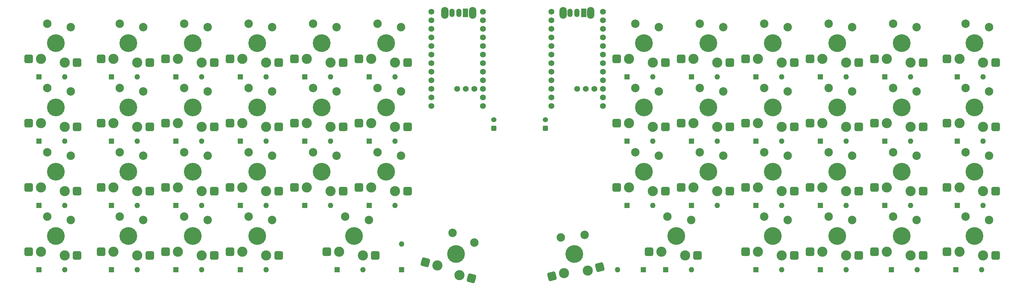
<source format=gbr>
%TF.GenerationSoftware,KiCad,Pcbnew,9.0.2+1*%
%TF.CreationDate,2025-09-15T00:12:34+02:00*%
%TF.ProjectId,first,66697273-742e-46b6-9963-61645f706362,rev?*%
%TF.SameCoordinates,Original*%
%TF.FileFunction,Soldermask,Bot*%
%TF.FilePolarity,Negative*%
%FSLAX46Y46*%
G04 Gerber Fmt 4.6, Leading zero omitted, Abs format (unit mm)*
G04 Created by KiCad (PCBNEW 9.0.2+1) date 2025-09-15 00:12:34*
%MOMM*%
%LPD*%
G01*
G04 APERTURE LIST*
G04 Aperture macros list*
%AMRoundRect*
0 Rectangle with rounded corners*
0 $1 Rounding radius*
0 $2 $3 $4 $5 $6 $7 $8 $9 X,Y pos of 4 corners*
0 Add a 4 corners polygon primitive as box body*
4,1,4,$2,$3,$4,$5,$6,$7,$8,$9,$2,$3,0*
0 Add four circle primitives for the rounded corners*
1,1,$1+$1,$2,$3*
1,1,$1+$1,$4,$5*
1,1,$1+$1,$6,$7*
1,1,$1+$1,$8,$9*
0 Add four rect primitives between the rounded corners*
20,1,$1+$1,$2,$3,$4,$5,0*
20,1,$1+$1,$4,$5,$6,$7,0*
20,1,$1+$1,$6,$7,$8,$9,0*
20,1,$1+$1,$8,$9,$2,$3,0*%
G04 Aperture macros list end*
%ADD10C,1.752600*%
%ADD11R,1.600000X1.600000*%
%ADD12O,1.600000X1.600000*%
%ADD13O,1.500000X2.500000*%
%ADD14R,1.500000X2.500000*%
%ADD15O,2.200000X3.500000*%
%ADD16C,3.000000*%
%ADD17C,5.250000*%
%ADD18RoundRect,0.500000X-0.750000X-0.775000X0.750000X-0.775000X0.750000X0.775000X-0.750000X0.775000X0*%
%ADD19C,2.500000*%
%ADD20RoundRect,0.500000X-0.925029X-0.554478X0.523860X-0.942707X0.925029X0.554478X-0.523860X0.942707X0*%
%ADD21RoundRect,0.500000X-0.523860X-0.942707X0.925029X-0.554478X0.523860X0.942707X-0.925029X0.554478X0*%
%ADD22C,1.524000*%
%ADD23RoundRect,0.250000X-0.512000X0.512000X-0.512000X-0.512000X0.512000X-0.512000X0.512000X0.512000X0*%
G04 APERTURE END LIST*
D10*
%TO.C,U1*%
X144758750Y157020000D03*
X144758750Y154480000D03*
X144758750Y151940000D03*
X144758750Y149400000D03*
X144758750Y146860000D03*
X144758750Y144320000D03*
X144758750Y141780000D03*
X144758750Y139240000D03*
X144758750Y136700000D03*
X144758750Y134160000D03*
X144758750Y131620000D03*
X144758750Y129080000D03*
X129518750Y129080000D03*
X129518750Y131620000D03*
X129518750Y134160000D03*
X129518750Y136700000D03*
X129518750Y139240000D03*
X129518750Y141780000D03*
X129518750Y144320000D03*
X129518750Y146860000D03*
X129518750Y149400000D03*
X129518750Y151940000D03*
X129518750Y154480000D03*
X129518750Y157020000D03*
X142218750Y134160000D03*
X139678750Y134160000D03*
X137138750Y134160000D03*
%TD*%
D11*
%TO.C,D36*%
X285020000Y99580000D03*
D12*
X292640000Y99580000D03*
%TD*%
D13*
%TO.C,RstL1*%
X135638750Y156680000D03*
X137638750Y156680000D03*
D14*
X139638750Y156680000D03*
D15*
X133538750Y156680000D03*
X141738750Y156680000D03*
%TD*%
D11*
%TO.C,D14*%
X34988750Y118630000D03*
D12*
X42608750Y118630000D03*
%TD*%
D11*
%TO.C,D44*%
X198818750Y80530000D03*
D12*
X206438750Y80530000D03*
%TD*%
D11*
%TO.C,D47*%
X265493750Y80530000D03*
D12*
X273113750Y80530000D03*
%TD*%
D16*
%TO.C,S28*%
X73688750Y104880000D03*
D17*
X78088750Y109580000D03*
D16*
X80688750Y103830000D03*
D18*
X70013750Y104880000D03*
D19*
X75488750Y115330000D03*
X82488750Y114280000D03*
D18*
X84363750Y103830000D03*
%TD*%
D16*
%TO.C,S6*%
X111788750Y142980000D03*
D17*
X116188750Y147680000D03*
D16*
X118788750Y141930000D03*
D18*
X108113750Y142980000D03*
D19*
X113588750Y153430000D03*
X120588750Y152380000D03*
D18*
X122463750Y141930000D03*
%TD*%
D11*
%TO.C,D48*%
X284543750Y80530000D03*
D12*
X292163750Y80530000D03*
%TD*%
D11*
%TO.C,D1*%
X13557500Y137680000D03*
D12*
X21177500Y137680000D03*
%TD*%
D11*
%TO.C,D29*%
X92138750Y99580000D03*
D12*
X99758750Y99580000D03*
%TD*%
D11*
%TO.C,D21*%
X225488750Y118630000D03*
D12*
X233108750Y118630000D03*
%TD*%
D11*
%TO.C,D45*%
X225488750Y80530000D03*
D12*
X233108750Y80530000D03*
%TD*%
D16*
%TO.C,S48*%
X285620000Y85830000D03*
D17*
X290020000Y90530000D03*
D16*
X292620000Y84780000D03*
D18*
X281945000Y85830000D03*
D19*
X287420000Y96280000D03*
X294420000Y95230000D03*
D18*
X296295000Y84780000D03*
%TD*%
D11*
%TO.C,D3*%
X54038750Y137680000D03*
D12*
X61658750Y137680000D03*
%TD*%
D16*
%TO.C,S36*%
X285620000Y104880000D03*
D17*
X290020000Y109580000D03*
D16*
X292620000Y103830000D03*
D18*
X281945000Y104880000D03*
D19*
X287420000Y115330000D03*
X294420000Y114280000D03*
D18*
X296295000Y103830000D03*
%TD*%
D16*
%TO.C,S19*%
X187988750Y123930000D03*
D17*
X192388750Y128630000D03*
D16*
X194988750Y122880000D03*
D18*
X184313750Y123930000D03*
D19*
X189788750Y134380000D03*
X196788750Y133330000D03*
D18*
X198663750Y122880000D03*
%TD*%
D16*
%TO.C,S44*%
X197513750Y85830000D03*
D17*
X201913750Y90530000D03*
D16*
X204513750Y84780000D03*
D18*
X193838750Y85830000D03*
D19*
X199313750Y96280000D03*
X206313750Y95230000D03*
D18*
X208188750Y84780000D03*
%TD*%
D11*
%TO.C,D23*%
X263588750Y118630000D03*
D12*
X271208750Y118630000D03*
%TD*%
D16*
%TO.C,S23*%
X264188750Y123930000D03*
D17*
X268588750Y128630000D03*
D16*
X271188750Y122880000D03*
D18*
X260513750Y123930000D03*
D19*
X265988750Y134380000D03*
X272988750Y133330000D03*
D18*
X274863750Y122880000D03*
%TD*%
D11*
%TO.C,D17*%
X92138750Y118630000D03*
D12*
X99758750Y118630000D03*
%TD*%
D11*
%TO.C,D7*%
X187388750Y137680000D03*
D12*
X195008750Y137680000D03*
%TD*%
D11*
%TO.C,D4*%
X73088750Y137680000D03*
D12*
X80708750Y137680000D03*
%TD*%
D16*
%TO.C,S9*%
X226088750Y142980000D03*
D17*
X230488750Y147680000D03*
D16*
X233088750Y141930000D03*
D18*
X222413750Y142980000D03*
D19*
X227888750Y153430000D03*
X234888750Y152380000D03*
D18*
X236763750Y141930000D03*
%TD*%
D11*
%TO.C,D19*%
X187388750Y118630000D03*
D12*
X195008750Y118630000D03*
%TD*%
D11*
%TO.C,D24*%
X285020000Y118630000D03*
D12*
X292640000Y118630000D03*
%TD*%
D16*
%TO.C,S22*%
X245138750Y123930000D03*
D17*
X249538750Y128630000D03*
D16*
X252138750Y122880000D03*
D18*
X241463750Y123930000D03*
D19*
X246938750Y134380000D03*
X253938750Y133330000D03*
D18*
X255813750Y122880000D03*
%TD*%
D11*
%TO.C,D40*%
X73088750Y80530000D03*
D12*
X80708750Y80530000D03*
%TD*%
D11*
%TO.C,D18*%
X111188750Y118630000D03*
D12*
X118808750Y118630000D03*
%TD*%
D11*
%TO.C,D6*%
X111188750Y137680000D03*
D12*
X118808750Y137680000D03*
%TD*%
D11*
%TO.C,D37*%
X13557500Y80530000D03*
D12*
X21177500Y80530000D03*
%TD*%
D11*
%TO.C,D42*%
X120713750Y80530000D03*
D12*
X120713750Y88150000D03*
%TD*%
D16*
%TO.C,S2*%
X35588750Y142980000D03*
D17*
X39988750Y147680000D03*
D16*
X42588750Y141930000D03*
D18*
X31913750Y142980000D03*
D19*
X37388750Y153430000D03*
X44388750Y152380000D03*
D18*
X46263750Y141930000D03*
%TD*%
D11*
%TO.C,D20*%
X206438750Y118630000D03*
D12*
X214058750Y118630000D03*
%TD*%
D11*
%TO.C,D16*%
X73088750Y118630000D03*
D12*
X80708750Y118630000D03*
%TD*%
D16*
%TO.C,S40*%
X73688750Y85830000D03*
D17*
X78088750Y90530000D03*
D16*
X80688750Y84780000D03*
D18*
X70013750Y85830000D03*
D19*
X75488750Y96280000D03*
X82488750Y95230000D03*
D18*
X84363750Y84780000D03*
%TD*%
D16*
%TO.C,S10*%
X245138750Y142980000D03*
D17*
X249538750Y147680000D03*
D16*
X252138750Y141930000D03*
D18*
X241463750Y142980000D03*
D19*
X246938750Y153430000D03*
X253938750Y152380000D03*
D18*
X255813750Y141930000D03*
%TD*%
D16*
%TO.C,S47*%
X264188750Y85830000D03*
D17*
X268588750Y90530000D03*
D16*
X271188750Y84780000D03*
D18*
X260513750Y85829999D03*
D19*
X265988750Y96280000D03*
X272988750Y95230000D03*
D18*
X274863750Y84780000D03*
%TD*%
D16*
%TO.C,S21*%
X226088750Y123930000D03*
D17*
X230488750Y128630000D03*
D16*
X233088750Y122880000D03*
D18*
X222413750Y123930000D03*
D19*
X227888750Y134380000D03*
X234888750Y133330000D03*
D18*
X236763750Y122880000D03*
%TD*%
D11*
%TO.C,D31*%
X187388750Y99580000D03*
D12*
X195008750Y99580000D03*
%TD*%
D16*
%TO.C,S11*%
X264188750Y142980000D03*
D17*
X268588750Y147680000D03*
D16*
X271188750Y141930000D03*
D18*
X260513750Y142980000D03*
D19*
X265988750Y153430000D03*
X272988750Y152380000D03*
D18*
X274863750Y141930000D03*
%TD*%
D16*
%TO.C,S15*%
X54638750Y123930000D03*
D17*
X59038750Y128630000D03*
D16*
X61638750Y122880000D03*
D18*
X50963750Y123930000D03*
D19*
X56438750Y134380000D03*
X63438750Y133330000D03*
D18*
X65313750Y122880000D03*
%TD*%
D11*
%TO.C,D13*%
X13557500Y118630000D03*
D12*
X21177500Y118630000D03*
%TD*%
D16*
%TO.C,S35*%
X264188750Y104880000D03*
D17*
X268588750Y109580000D03*
D16*
X271188750Y103830000D03*
D18*
X260513750Y104880000D03*
D19*
X265988750Y115330000D03*
X272988750Y114280000D03*
D18*
X274863750Y103830000D03*
%TD*%
D16*
%TO.C,S20*%
X207038750Y123930000D03*
D17*
X211438750Y128630000D03*
D16*
X214038750Y122880000D03*
D18*
X203363750Y123930000D03*
D19*
X208838750Y134380000D03*
X215838750Y133330000D03*
D18*
X217713750Y122880000D03*
%TD*%
D16*
%TO.C,S29*%
X92738750Y104880000D03*
D17*
X97138750Y109580000D03*
D16*
X99738750Y103830000D03*
D18*
X89063750Y104880000D03*
D19*
X94538750Y115330000D03*
X101538750Y114280000D03*
D18*
X103413750Y103830000D03*
%TD*%
D16*
%TO.C,S1*%
X14157500Y142980000D03*
D17*
X18557500Y147680000D03*
D16*
X21157500Y141930000D03*
D18*
X10482500Y142980000D03*
D19*
X15957500Y153430000D03*
X22957500Y152380000D03*
D18*
X24832500Y141930000D03*
%TD*%
D16*
%TO.C,S33*%
X226088750Y104880000D03*
D17*
X230488750Y109580000D03*
D16*
X233088750Y103830000D03*
D18*
X222413750Y104880000D03*
D19*
X227888750Y115330000D03*
X234888750Y114280000D03*
D18*
X236763750Y103830000D03*
%TD*%
D10*
%TO.C,U2*%
X180283750Y157020000D03*
X180283750Y154480000D03*
X180283750Y151940000D03*
X180283750Y149400000D03*
X180283750Y146860000D03*
X180283750Y144320000D03*
X180283750Y141780000D03*
X180283750Y139240000D03*
X180283750Y136700000D03*
X180283750Y134160000D03*
X180283750Y131620000D03*
X180283750Y129080000D03*
X165043750Y129080000D03*
X165043750Y131620000D03*
X165043750Y134160000D03*
X165043750Y136700000D03*
X165043750Y139240000D03*
X165043750Y141780000D03*
X165043750Y144320000D03*
X165043750Y146860000D03*
X165043750Y149400000D03*
X165043750Y151940000D03*
X165043750Y154480000D03*
X165043750Y157020000D03*
X177743750Y134160000D03*
X175203750Y134160000D03*
X172663750Y134160000D03*
%TD*%
D16*
%TO.C,S34*%
X245138750Y104880000D03*
D17*
X249538750Y109580000D03*
D16*
X252138750Y103830000D03*
D18*
X241463750Y104880000D03*
D19*
X246938750Y115330000D03*
X253938750Y114280000D03*
D18*
X255813750Y103830000D03*
%TD*%
D16*
%TO.C,S41*%
X102263750Y85830000D03*
D17*
X106663750Y90530000D03*
D16*
X109263750Y84780000D03*
D18*
X98588750Y85830000D03*
D19*
X104063750Y96280000D03*
X111063750Y95230000D03*
D18*
X112938750Y84780000D03*
%TD*%
D16*
%TO.C,S16*%
X73688750Y123930000D03*
D17*
X78088750Y128630000D03*
D16*
X80688750Y122880000D03*
D18*
X70013750Y123930000D03*
D19*
X75488750Y134380000D03*
X82488750Y133330000D03*
D18*
X84363750Y122880000D03*
%TD*%
D16*
%TO.C,S8*%
X207038750Y142980000D03*
D17*
X211438750Y147680000D03*
D16*
X214038750Y141930000D03*
D18*
X203363750Y142980000D03*
D19*
X208838750Y153430000D03*
X215838750Y152380000D03*
D18*
X217713750Y141930000D03*
%TD*%
D11*
%TO.C,D15*%
X54038750Y118630000D03*
D12*
X61658750Y118630000D03*
%TD*%
D16*
%TO.C,S5*%
X92738750Y142980000D03*
D17*
X97138750Y147680000D03*
D16*
X99738750Y141930000D03*
D18*
X89063750Y142980000D03*
D19*
X94538750Y153430000D03*
X101538750Y152380000D03*
D18*
X103413750Y141930000D03*
%TD*%
D16*
%TO.C,S38*%
X35588750Y85830000D03*
D17*
X39988750Y90530000D03*
D16*
X42588750Y84780000D03*
D18*
X31913750Y85830000D03*
D19*
X37388750Y96280000D03*
X44388750Y95230000D03*
D18*
X46263750Y84780000D03*
%TD*%
D11*
%TO.C,D33*%
X225488750Y99580000D03*
D12*
X233108750Y99580000D03*
%TD*%
D16*
%TO.C,S7*%
X187988750Y142980000D03*
D17*
X192388750Y147680000D03*
D16*
X194988750Y141930000D03*
D18*
X184313750Y142980000D03*
D19*
X189788750Y153430000D03*
X196788750Y152380000D03*
D18*
X198663750Y141930000D03*
%TD*%
D16*
%TO.C,S37*%
X14157500Y85830000D03*
D17*
X18557500Y90530000D03*
D16*
X21157500Y84780000D03*
D18*
X10482500Y85830000D03*
D19*
X15957500Y96280000D03*
X22957500Y95230000D03*
D18*
X24832500Y84780000D03*
%TD*%
D16*
%TO.C,S27*%
X54638750Y104880000D03*
D17*
X59038750Y109580000D03*
D16*
X61638750Y103830000D03*
D18*
X50963750Y104880000D03*
D19*
X56438750Y115330000D03*
X63438750Y114280000D03*
D18*
X65313750Y103830000D03*
%TD*%
D11*
%TO.C,D22*%
X244538750Y118630000D03*
D12*
X252158750Y118630000D03*
%TD*%
D11*
%TO.C,D34*%
X244538750Y99580000D03*
D12*
X252158750Y99580000D03*
%TD*%
D16*
%TO.C,S42*%
X131323685Y81788664D03*
D17*
X136790208Y85189712D03*
D16*
X137813406Y78962709D03*
D20*
X127773907Y82739823D03*
D19*
X135767010Y91416715D03*
X142256731Y88590760D03*
D20*
X141363183Y78011549D03*
%TD*%
D11*
%TO.C,D35*%
X263588750Y99580000D03*
D12*
X271208750Y99580000D03*
%TD*%
D16*
%TO.C,S4*%
X73688750Y142980000D03*
D17*
X78088750Y147680000D03*
D16*
X80688750Y141930000D03*
D18*
X70013750Y142980000D03*
D19*
X75488750Y153430000D03*
X82488750Y152380000D03*
D18*
X84363750Y141930000D03*
%TD*%
D11*
%TO.C,D28*%
X73088750Y99580000D03*
D12*
X80708750Y99580000D03*
%TD*%
D16*
%TO.C,S46*%
X245138750Y85830000D03*
D17*
X249538750Y90530000D03*
D16*
X252138750Y84780000D03*
D18*
X241463750Y85830000D03*
D19*
X246938750Y96280000D03*
X253938750Y95230000D03*
D18*
X255813750Y84780000D03*
%TD*%
D16*
%TO.C,S32*%
X207038750Y104880000D03*
D17*
X211438750Y109580000D03*
D16*
X214038750Y103830000D03*
D18*
X203363750Y104880000D03*
D19*
X208838750Y115330000D03*
X215838750Y114280000D03*
D18*
X217713750Y103830000D03*
%TD*%
D11*
%TO.C,D30*%
X111188750Y99580000D03*
D12*
X118808750Y99580000D03*
%TD*%
D11*
%TO.C,D39*%
X54038750Y80530000D03*
D12*
X61658750Y80530000D03*
%TD*%
D11*
%TO.C,D5*%
X92138750Y137680000D03*
D12*
X99758750Y137680000D03*
%TD*%
D16*
%TO.C,S43*%
X168753668Y79511057D03*
D17*
X171787292Y85189712D03*
D16*
X175786909Y80308568D03*
D21*
X165203890Y78559897D03*
D19*
X167787675Y90070856D03*
X174820916Y90868367D03*
D21*
X179336686Y81259728D03*
%TD*%
D16*
%TO.C,S31*%
X187988750Y104880000D03*
D17*
X192388750Y109580000D03*
D16*
X194988750Y103830000D03*
D18*
X184313750Y104880000D03*
D19*
X189788750Y115330000D03*
X196788750Y114280000D03*
D18*
X198663750Y103830000D03*
%TD*%
D11*
%TO.C,D27*%
X54038750Y99580000D03*
D12*
X61658750Y99580000D03*
%TD*%
D16*
%TO.C,S3*%
X54638750Y142980000D03*
D17*
X59038750Y147680000D03*
D16*
X61638750Y141930000D03*
D18*
X50963750Y142980000D03*
D19*
X56438750Y153430000D03*
X63438750Y152380000D03*
D18*
X65313750Y141930000D03*
%TD*%
D11*
%TO.C,D43*%
X192151250Y80530000D03*
D12*
X184531250Y80530000D03*
%TD*%
D11*
%TO.C,D10*%
X244538750Y137680000D03*
D12*
X252158750Y137680000D03*
%TD*%
D11*
%TO.C,D11*%
X263588750Y137680000D03*
D12*
X271208750Y137680000D03*
%TD*%
D16*
%TO.C,S13*%
X14157500Y123930000D03*
D17*
X18557500Y128630000D03*
D16*
X21157500Y122880000D03*
D18*
X10482500Y123930000D03*
D19*
X15957500Y134380000D03*
X22957500Y133330000D03*
D18*
X24832500Y122880000D03*
%TD*%
D11*
%TO.C,D25*%
X13557500Y99580000D03*
D12*
X21177500Y99580000D03*
%TD*%
D11*
%TO.C,D8*%
X206438750Y137680000D03*
D12*
X214058750Y137680000D03*
%TD*%
D11*
%TO.C,D2*%
X34988750Y137680000D03*
D12*
X42608750Y137680000D03*
%TD*%
D11*
%TO.C,D12*%
X285020000Y137680000D03*
D12*
X292640000Y137680000D03*
%TD*%
D11*
%TO.C,D41*%
X101663750Y80530000D03*
D12*
X109283750Y80530000D03*
%TD*%
D16*
%TO.C,S18*%
X111788750Y123930000D03*
D17*
X116188750Y128630000D03*
D16*
X118788750Y122880000D03*
D18*
X108113750Y123930000D03*
D19*
X113588750Y134380000D03*
X120588750Y133330000D03*
D18*
X122463750Y122880000D03*
%TD*%
D16*
%TO.C,S30*%
X111788750Y104880000D03*
D17*
X116188750Y109580000D03*
D16*
X118788750Y103830000D03*
D18*
X108113750Y104880000D03*
D19*
X113588750Y115330000D03*
X120588750Y114280000D03*
D18*
X122463750Y103830000D03*
%TD*%
D11*
%TO.C,D32*%
X206438750Y99580000D03*
D12*
X214058750Y99580000D03*
%TD*%
D16*
%TO.C,S17*%
X92738750Y123930000D03*
D17*
X97138750Y128630000D03*
D16*
X99738750Y122880000D03*
D18*
X89063750Y123930000D03*
D19*
X94538750Y134380000D03*
X101538750Y133330000D03*
D18*
X103413750Y122880000D03*
%TD*%
D11*
%TO.C,D9*%
X225488750Y137680000D03*
D12*
X233108750Y137680000D03*
%TD*%
D16*
%TO.C,S45*%
X226088750Y85830000D03*
D17*
X230488750Y90530000D03*
D16*
X233088750Y84780000D03*
D18*
X222413750Y85830000D03*
D19*
X227888750Y96280000D03*
X234888750Y95230000D03*
D18*
X236763750Y84780000D03*
%TD*%
D16*
%TO.C,S24*%
X285620000Y123930000D03*
D17*
X290020000Y128630000D03*
D16*
X292620000Y122880000D03*
D18*
X281945000Y123930000D03*
D19*
X287420000Y134380000D03*
X294420000Y133330000D03*
D18*
X296295000Y122880000D03*
%TD*%
D11*
%TO.C,D26*%
X34988750Y99580000D03*
D12*
X42608750Y99580000D03*
%TD*%
D16*
%TO.C,S25*%
X14157500Y104880000D03*
D17*
X18557500Y109580000D03*
D16*
X21157500Y103830000D03*
D18*
X10482500Y104880000D03*
D19*
X15957500Y115330000D03*
X22957500Y114280000D03*
D18*
X24832500Y103830000D03*
%TD*%
D22*
%TO.C,BT1*%
X148018750Y124980000D03*
D23*
X148018750Y122440000D03*
%TD*%
D11*
%TO.C,D38*%
X34988750Y80530000D03*
D12*
X42608750Y80530000D03*
%TD*%
D16*
%TO.C,S39*%
X54638750Y85830000D03*
D17*
X59038750Y90530000D03*
D16*
X61638750Y84780000D03*
D18*
X50963750Y85830000D03*
D19*
X56438750Y96280000D03*
X63438750Y95230000D03*
D18*
X65313750Y84780000D03*
%TD*%
D16*
%TO.C,S26*%
X35588750Y104880000D03*
D17*
X39988750Y109580000D03*
D16*
X42588750Y103830000D03*
D18*
X31913750Y104880000D03*
D19*
X37388750Y115330000D03*
X44388750Y114280000D03*
D18*
X46263750Y103830000D03*
%TD*%
D13*
%TO.C,RstR1*%
X170538750Y156680000D03*
X172538750Y156680000D03*
D14*
X174538750Y156680000D03*
D15*
X168438750Y156680000D03*
X176638750Y156680000D03*
%TD*%
D16*
%TO.C,S14*%
X35588750Y123930000D03*
D17*
X39988750Y128630000D03*
D16*
X42588750Y122880000D03*
D18*
X31913750Y123930000D03*
D19*
X37388750Y134380000D03*
X44388750Y133330000D03*
D18*
X46263750Y122880000D03*
%TD*%
D11*
%TO.C,D46*%
X244538750Y80530000D03*
D12*
X252158750Y80530000D03*
%TD*%
D16*
%TO.C,S12*%
X285620000Y142980000D03*
D17*
X290020000Y147680000D03*
D16*
X292620000Y141930000D03*
D18*
X281945000Y142980000D03*
D19*
X287420000Y153430000D03*
X294420000Y152380000D03*
D18*
X296295000Y141930000D03*
%TD*%
D22*
%TO.C,BT2*%
X163258750Y124980000D03*
D23*
X163258750Y122440000D03*
%TD*%
M02*

</source>
